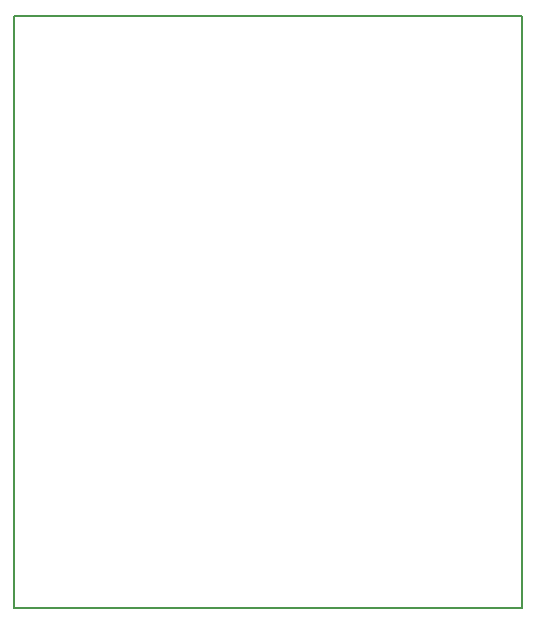
<source format=gbr>
%TF.GenerationSoftware,Novarm,DipTrace,3.2.0.0*%
%TF.CreationDate,2018-02-09T11:49:11+05:00*%
%FSLAX35Y35*%
%MOMM*%
%TF.FileFunction,Profile*%
%TF.Part,Single*%
%ADD11C,0.14*%
G75*
G01*
%LPD*%
X10167Y10167D2*
D11*
Y5029200D1*
X4318000D1*
Y10167D1*
X10167D1*
M02*

</source>
